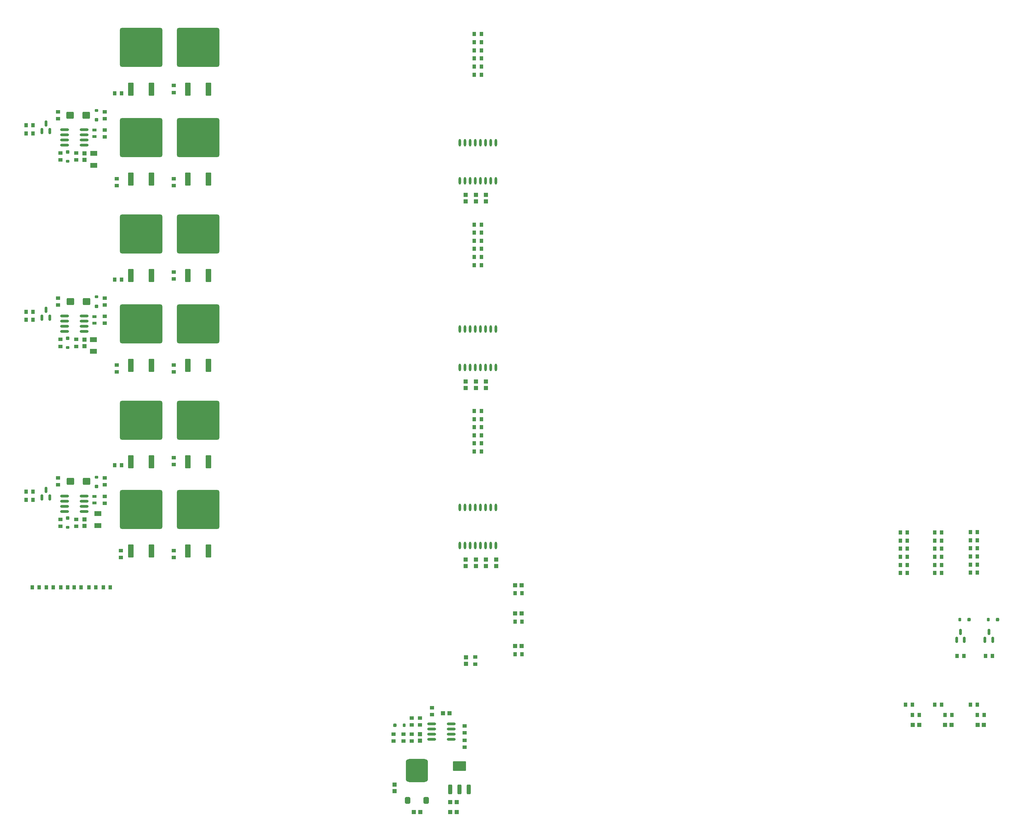
<source format=gtp>
G04*
G04 #@! TF.GenerationSoftware,Altium Limited,Altium Designer,20.0.13 (296)*
G04*
G04 Layer_Color=8421504*
%FSLAX44Y44*%
%MOMM*%
G71*
G01*
G75*
%ADD22R,1.0000X0.8000*%
G04:AMPARAMS|DCode=23|XSize=1.4mm|YSize=3.3mm|CornerRadius=0.245mm|HoleSize=0mm|Usage=FLASHONLY|Rotation=180.000|XOffset=0mm|YOffset=0mm|HoleType=Round|Shape=RoundedRectangle|*
%AMROUNDEDRECTD23*
21,1,1.4000,2.8100,0,0,180.0*
21,1,0.9100,3.3000,0,0,180.0*
1,1,0.4900,-0.4550,1.4050*
1,1,0.4900,0.4550,1.4050*
1,1,0.4900,0.4550,-1.4050*
1,1,0.4900,-0.4550,-1.4050*
%
%ADD23ROUNDEDRECTD23*%
G04:AMPARAMS|DCode=24|XSize=10.5mm|YSize=9.6mm|CornerRadius=0.48mm|HoleSize=0mm|Usage=FLASHONLY|Rotation=180.000|XOffset=0mm|YOffset=0mm|HoleType=Round|Shape=RoundedRectangle|*
%AMROUNDEDRECTD24*
21,1,10.5000,8.6400,0,0,180.0*
21,1,9.5400,9.6000,0,0,180.0*
1,1,0.9600,-4.7700,4.3200*
1,1,0.9600,4.7700,4.3200*
1,1,0.9600,4.7700,-4.3200*
1,1,0.9600,-4.7700,-4.3200*
%
%ADD24ROUNDEDRECTD24*%
G04:AMPARAMS|DCode=25|XSize=1mm|YSize=2.4mm|CornerRadius=0.25mm|HoleSize=0mm|Usage=FLASHONLY|Rotation=180.000|XOffset=0mm|YOffset=0mm|HoleType=Round|Shape=RoundedRectangle|*
%AMROUNDEDRECTD25*
21,1,1.0000,1.9000,0,0,180.0*
21,1,0.5000,2.4000,0,0,180.0*
1,1,0.5000,-0.2500,0.9500*
1,1,0.5000,0.2500,0.9500*
1,1,0.5000,0.2500,-0.9500*
1,1,0.5000,-0.2500,-0.9500*
%
%ADD25ROUNDEDRECTD25*%
G04:AMPARAMS|DCode=26|XSize=3.3mm|YSize=2.4mm|CornerRadius=0.3mm|HoleSize=0mm|Usage=FLASHONLY|Rotation=180.000|XOffset=0mm|YOffset=0mm|HoleType=Round|Shape=RoundedRectangle|*
%AMROUNDEDRECTD26*
21,1,3.3000,1.8000,0,0,180.0*
21,1,2.7000,2.4000,0,0,180.0*
1,1,0.6000,-1.3500,0.9000*
1,1,0.6000,1.3500,0.9000*
1,1,0.6000,1.3500,-0.9000*
1,1,0.6000,-1.3500,-0.9000*
%
%ADD26ROUNDEDRECTD26*%
%ADD27R,1.0000X1.0000*%
%ADD28R,1.0000X0.9000*%
G04:AMPARAMS|DCode=29|XSize=5.5mm|YSize=5.7mm|CornerRadius=0.825mm|HoleSize=0mm|Usage=FLASHONLY|Rotation=180.000|XOffset=0mm|YOffset=0mm|HoleType=Round|Shape=RoundedRectangle|*
%AMROUNDEDRECTD29*
21,1,5.5000,4.0500,0,0,180.0*
21,1,3.8500,5.7000,0,0,180.0*
1,1,1.6500,-1.9250,2.0250*
1,1,1.6500,1.9250,2.0250*
1,1,1.6500,1.9250,-2.0250*
1,1,1.6500,-1.9250,-2.0250*
%
%ADD29ROUNDEDRECTD29*%
G04:AMPARAMS|DCode=30|XSize=1.3mm|YSize=1.7mm|CornerRadius=0.325mm|HoleSize=0mm|Usage=FLASHONLY|Rotation=180.000|XOffset=0mm|YOffset=0mm|HoleType=Round|Shape=RoundedRectangle|*
%AMROUNDEDRECTD30*
21,1,1.3000,1.0500,0,0,180.0*
21,1,0.6500,1.7000,0,0,180.0*
1,1,0.6500,-0.3250,0.5250*
1,1,0.6500,0.3250,0.5250*
1,1,0.6500,0.3250,-0.5250*
1,1,0.6500,-0.3250,-0.5250*
%
%ADD30ROUNDEDRECTD30*%
G04:AMPARAMS|DCode=31|XSize=0.9mm|YSize=0.7mm|CornerRadius=0.175mm|HoleSize=0mm|Usage=FLASHONLY|Rotation=90.000|XOffset=0mm|YOffset=0mm|HoleType=Round|Shape=RoundedRectangle|*
%AMROUNDEDRECTD31*
21,1,0.9000,0.3500,0,0,90.0*
21,1,0.5500,0.7000,0,0,90.0*
1,1,0.3500,0.1750,0.2750*
1,1,0.3500,0.1750,-0.2750*
1,1,0.3500,-0.1750,-0.2750*
1,1,0.3500,-0.1750,0.2750*
%
%ADD31ROUNDEDRECTD31*%
G04:AMPARAMS|DCode=32|XSize=0.9mm|YSize=0.8mm|CornerRadius=0.2mm|HoleSize=0mm|Usage=FLASHONLY|Rotation=90.000|XOffset=0mm|YOffset=0mm|HoleType=Round|Shape=RoundedRectangle|*
%AMROUNDEDRECTD32*
21,1,0.9000,0.4000,0,0,90.0*
21,1,0.5000,0.8000,0,0,90.0*
1,1,0.4000,0.2000,0.2500*
1,1,0.4000,0.2000,-0.2500*
1,1,0.4000,-0.2000,-0.2500*
1,1,0.4000,-0.2000,0.2500*
%
%ADD32ROUNDEDRECTD32*%
%ADD33O,2.2000X0.6000*%
%ADD34R,1.0000X1.0000*%
G04:AMPARAMS|DCode=35|XSize=0.6mm|YSize=1.5mm|CornerRadius=0.15mm|HoleSize=0mm|Usage=FLASHONLY|Rotation=180.000|XOffset=0mm|YOffset=0mm|HoleType=Round|Shape=RoundedRectangle|*
%AMROUNDEDRECTD35*
21,1,0.6000,1.2000,0,0,180.0*
21,1,0.3000,1.5000,0,0,180.0*
1,1,0.3000,-0.1500,0.6000*
1,1,0.3000,0.1500,0.6000*
1,1,0.3000,0.1500,-0.6000*
1,1,0.3000,-0.1500,-0.6000*
%
%ADD35ROUNDEDRECTD35*%
%ADD36R,0.9000X1.0000*%
%ADD37O,0.6000X1.8500*%
G04:AMPARAMS|DCode=38|XSize=1.8mm|YSize=1.7mm|CornerRadius=0.2125mm|HoleSize=0mm|Usage=FLASHONLY|Rotation=180.000|XOffset=0mm|YOffset=0mm|HoleType=Round|Shape=RoundedRectangle|*
%AMROUNDEDRECTD38*
21,1,1.8000,1.2750,0,0,180.0*
21,1,1.3750,1.7000,0,0,180.0*
1,1,0.4250,-0.6875,0.6375*
1,1,0.4250,0.6875,0.6375*
1,1,0.4250,0.6875,-0.6375*
1,1,0.4250,-0.6875,-0.6375*
%
%ADD38ROUNDEDRECTD38*%
%ADD39R,1.8000X1.3000*%
G04:AMPARAMS|DCode=40|XSize=0.9mm|YSize=0.7mm|CornerRadius=0.175mm|HoleSize=0mm|Usage=FLASHONLY|Rotation=0.000|XOffset=0mm|YOffset=0mm|HoleType=Round|Shape=RoundedRectangle|*
%AMROUNDEDRECTD40*
21,1,0.9000,0.3500,0,0,0.0*
21,1,0.5500,0.7000,0,0,0.0*
1,1,0.3500,0.2750,-0.1750*
1,1,0.3500,-0.2750,-0.1750*
1,1,0.3500,-0.2750,0.1750*
1,1,0.3500,0.2750,0.1750*
%
%ADD40ROUNDEDRECTD40*%
G04:AMPARAMS|DCode=41|XSize=0.9mm|YSize=0.8mm|CornerRadius=0.2mm|HoleSize=0mm|Usage=FLASHONLY|Rotation=0.000|XOffset=0mm|YOffset=0mm|HoleType=Round|Shape=RoundedRectangle|*
%AMROUNDEDRECTD41*
21,1,0.9000,0.4000,0,0,0.0*
21,1,0.5000,0.8000,0,0,0.0*
1,1,0.4000,0.2500,-0.2000*
1,1,0.4000,-0.2500,-0.2000*
1,1,0.4000,-0.2500,0.2000*
1,1,0.4000,0.2500,0.2000*
%
%ADD41ROUNDEDRECTD41*%
D22*
X1385000Y1184000D02*
D03*
Y1168000D02*
D03*
Y1628000D02*
D03*
Y1612000D02*
D03*
Y2088000D02*
D03*
Y2072000D02*
D03*
D23*
X1525400Y2189500D02*
D03*
X1474600D02*
D03*
X1614600Y2189500D02*
D03*
X1665400D02*
D03*
X1525400Y1729500D02*
D03*
X1474600D02*
D03*
X1614600D02*
D03*
X1665400D02*
D03*
X1525400Y1269500D02*
D03*
X1474600D02*
D03*
X1614600D02*
D03*
X1665400D02*
D03*
X1525400Y1967500D02*
D03*
X1474600D02*
D03*
X1614600D02*
D03*
X1665400D02*
D03*
X1525400Y1507500D02*
D03*
X1474600D02*
D03*
X1614600D02*
D03*
X1665400D02*
D03*
X1525400Y1049500D02*
D03*
X1474600D02*
D03*
X1614600D02*
D03*
X1665400D02*
D03*
D24*
X1500000Y2292000D02*
D03*
X1640000Y2292000D02*
D03*
X1500000Y1832000D02*
D03*
X1640000D02*
D03*
X1500000Y1372000D02*
D03*
X1640000D02*
D03*
X1500000Y2070000D02*
D03*
X1640000D02*
D03*
X1500000Y1610000D02*
D03*
X1640000D02*
D03*
X1500000Y1152000D02*
D03*
X1640000D02*
D03*
D25*
X2262000Y461000D02*
D03*
X2285000D02*
D03*
X2308000D02*
D03*
D26*
X2285000Y519000D02*
D03*
D27*
X2187000Y597000D02*
D03*
Y581000D02*
D03*
X2125000Y473000D02*
D03*
Y457000D02*
D03*
X2301000Y787000D02*
D03*
Y771000D02*
D03*
X2375000Y1028000D02*
D03*
Y1012000D02*
D03*
X2350000Y1028000D02*
D03*
Y1012000D02*
D03*
X2325000Y1012000D02*
D03*
Y1028000D02*
D03*
X2300000Y1028000D02*
D03*
Y1012000D02*
D03*
X2350000Y1468000D02*
D03*
Y1452000D02*
D03*
X2325000Y1452000D02*
D03*
Y1468000D02*
D03*
X2300000Y1468000D02*
D03*
Y1452000D02*
D03*
X2350000Y1928000D02*
D03*
Y1912000D02*
D03*
X2325000Y1912000D02*
D03*
Y1928000D02*
D03*
X2300000Y1928000D02*
D03*
Y1912000D02*
D03*
X1359840Y1127000D02*
D03*
Y1111000D02*
D03*
Y1571000D02*
D03*
Y1555000D02*
D03*
X1360000Y2031000D02*
D03*
Y2015000D02*
D03*
D28*
X2167000Y580500D02*
D03*
Y597500D02*
D03*
X2147000Y580500D02*
D03*
Y597500D02*
D03*
X2122000Y580500D02*
D03*
Y597500D02*
D03*
X2187000Y620500D02*
D03*
Y637500D02*
D03*
X2167000Y637500D02*
D03*
Y620500D02*
D03*
X2217000Y662500D02*
D03*
Y645500D02*
D03*
X2297000Y617500D02*
D03*
Y600500D02*
D03*
Y582500D02*
D03*
Y565500D02*
D03*
X2324000Y787500D02*
D03*
Y770500D02*
D03*
X1295000Y1212500D02*
D03*
Y1229500D02*
D03*
X1339840Y1127500D02*
D03*
Y1110500D02*
D03*
X1300840Y1110500D02*
D03*
Y1127500D02*
D03*
X1410000Y1184500D02*
D03*
Y1167500D02*
D03*
Y1229500D02*
D03*
Y1212500D02*
D03*
X1450000Y1033500D02*
D03*
Y1050500D02*
D03*
X1580000Y1033500D02*
D03*
Y1050500D02*
D03*
X1580000Y1280000D02*
D03*
Y1263000D02*
D03*
Y1491500D02*
D03*
Y1508500D02*
D03*
X1440000Y1491500D02*
D03*
Y1508500D02*
D03*
X1410000Y1673500D02*
D03*
Y1656500D02*
D03*
X1410000Y1628500D02*
D03*
Y1611500D02*
D03*
X1339840Y1571500D02*
D03*
Y1554500D02*
D03*
X1300840Y1554500D02*
D03*
Y1571500D02*
D03*
X1295000Y1656500D02*
D03*
Y1673500D02*
D03*
X1580000Y1738000D02*
D03*
Y1721000D02*
D03*
X1580000Y2181000D02*
D03*
Y2198000D02*
D03*
X1580000Y1951500D02*
D03*
Y1968500D02*
D03*
X1440000Y1951500D02*
D03*
Y1968500D02*
D03*
X1410000Y2088500D02*
D03*
Y2071500D02*
D03*
X1410000Y2133500D02*
D03*
Y2116500D02*
D03*
X1301000Y2014500D02*
D03*
Y2031500D02*
D03*
X1340000Y2031500D02*
D03*
Y2014500D02*
D03*
X1295000Y2116500D02*
D03*
Y2133500D02*
D03*
D29*
X2180000Y508000D02*
D03*
D30*
X2157150Y434000D02*
D03*
X2202850D02*
D03*
D31*
X2148500Y619000D02*
D03*
X3518500Y880000D02*
D03*
X3588500D02*
D03*
D32*
X2125500Y619000D02*
D03*
X3541500Y880000D02*
D03*
X3611500D02*
D03*
D33*
X2216556Y622920D02*
D03*
Y610220D02*
D03*
Y597520D02*
D03*
Y584820D02*
D03*
X2264556Y622920D02*
D03*
Y610220D02*
D03*
Y597520D02*
D03*
Y584820D02*
D03*
X1311160Y2089050D02*
D03*
Y2076350D02*
D03*
Y2063650D02*
D03*
Y2050950D02*
D03*
X1359160Y2089050D02*
D03*
Y2076350D02*
D03*
Y2063650D02*
D03*
Y2050950D02*
D03*
X1311000Y1185050D02*
D03*
Y1172350D02*
D03*
Y1159650D02*
D03*
Y1146950D02*
D03*
X1359000Y1185050D02*
D03*
Y1172350D02*
D03*
Y1159650D02*
D03*
Y1146950D02*
D03*
X1311000Y1629050D02*
D03*
Y1616350D02*
D03*
Y1603650D02*
D03*
Y1590950D02*
D03*
X1359000Y1629050D02*
D03*
Y1616350D02*
D03*
Y1603650D02*
D03*
Y1590950D02*
D03*
D34*
X2260000Y649000D02*
D03*
X2244000D02*
D03*
X3562000Y620000D02*
D03*
X3578000D02*
D03*
X3482000D02*
D03*
X3498000D02*
D03*
X3402000D02*
D03*
X3418000D02*
D03*
X2278000Y430000D02*
D03*
X2262000D02*
D03*
X2278000Y405000D02*
D03*
X2262000D02*
D03*
X2188000Y405000D02*
D03*
X2172000D02*
D03*
X2422000Y965000D02*
D03*
X2438000D02*
D03*
X2422000Y895000D02*
D03*
X2438000D02*
D03*
X2422000Y815000D02*
D03*
X2438000D02*
D03*
D35*
X3590000Y849500D02*
D03*
X3599500Y830500D02*
D03*
X3580500D02*
D03*
X3520000Y849500D02*
D03*
X3529500Y830500D02*
D03*
X3510500D02*
D03*
X1255500Y1181500D02*
D03*
X1274500D02*
D03*
X1265000Y1200500D02*
D03*
X1255500Y1625500D02*
D03*
X1274500D02*
D03*
X1265000Y1644500D02*
D03*
X1255500Y2085500D02*
D03*
X1274500D02*
D03*
X1265000Y2104500D02*
D03*
D36*
X3581500Y790000D02*
D03*
X3598500D02*
D03*
X3511500D02*
D03*
X3528500D02*
D03*
X3544500Y1096000D02*
D03*
X3561500D02*
D03*
X3561500Y1076000D02*
D03*
X3544500D02*
D03*
X3544500Y1056000D02*
D03*
X3561500D02*
D03*
X3561500Y1036000D02*
D03*
X3544500D02*
D03*
X3544500Y1016000D02*
D03*
X3561500D02*
D03*
X3561500Y996000D02*
D03*
X3544500D02*
D03*
X3456500Y1095000D02*
D03*
X3473500D02*
D03*
X3473500Y1075000D02*
D03*
X3456500D02*
D03*
X3456500Y1055000D02*
D03*
X3473500D02*
D03*
X3473500Y1035000D02*
D03*
X3456500D02*
D03*
X3456500Y1015000D02*
D03*
X3473500D02*
D03*
X3473500Y995000D02*
D03*
X3456500D02*
D03*
X3388500D02*
D03*
X3371500D02*
D03*
X3371500Y1015000D02*
D03*
X3388500D02*
D03*
X3388500Y1035000D02*
D03*
X3371500D02*
D03*
X3371500Y1055000D02*
D03*
X3388500D02*
D03*
X3388500Y1075000D02*
D03*
X3371500D02*
D03*
X3371500Y1095000D02*
D03*
X3388500D02*
D03*
X3561500Y645000D02*
D03*
X3578500D02*
D03*
X3481500D02*
D03*
X3498500D02*
D03*
X3401500D02*
D03*
X3418500D02*
D03*
X2338500Y1395000D02*
D03*
X2321500D02*
D03*
X2321500Y1375000D02*
D03*
X2338500D02*
D03*
X2338500Y1355000D02*
D03*
X2321500D02*
D03*
X2321500Y1335000D02*
D03*
X2338500D02*
D03*
X2338500Y1315000D02*
D03*
X2321500D02*
D03*
X2321500Y1295000D02*
D03*
X2338500D02*
D03*
X2338500Y1855000D02*
D03*
X2321500D02*
D03*
X2321500Y1835000D02*
D03*
X2338500D02*
D03*
X2338500Y1815000D02*
D03*
X2321500D02*
D03*
X2321500Y1795000D02*
D03*
X2338500D02*
D03*
X2338500Y1775000D02*
D03*
X2321500D02*
D03*
X2321500Y1755000D02*
D03*
X2338500D02*
D03*
Y2305000D02*
D03*
X2321500D02*
D03*
X2321500Y2325000D02*
D03*
X2338500D02*
D03*
X2321500Y2285000D02*
D03*
X2338500D02*
D03*
X2338500Y2265000D02*
D03*
X2321500D02*
D03*
X2321500Y2245000D02*
D03*
X2338500D02*
D03*
X2338500Y2225000D02*
D03*
X2321500D02*
D03*
X1233500Y1196000D02*
D03*
X1216500D02*
D03*
X1233500Y1176000D02*
D03*
X1216500D02*
D03*
X1434500Y1261000D02*
D03*
X1451500D02*
D03*
X1233500Y1620000D02*
D03*
X1216500D02*
D03*
X1233500Y1640000D02*
D03*
X1216500D02*
D03*
X1434500Y1719000D02*
D03*
X1451500D02*
D03*
X1434500Y2179000D02*
D03*
X1451500D02*
D03*
X1233500Y2080000D02*
D03*
X1216500D02*
D03*
X1233500Y2100000D02*
D03*
X1216500D02*
D03*
X3561500Y670000D02*
D03*
X3544500D02*
D03*
X3473500D02*
D03*
X3456500D02*
D03*
X3401500D02*
D03*
X3384500D02*
D03*
X2421500Y945000D02*
D03*
X2438500D02*
D03*
X2421500Y875000D02*
D03*
X2438500D02*
D03*
X2421500Y795000D02*
D03*
X2438500D02*
D03*
X1248500Y960000D02*
D03*
X1231500D02*
D03*
X1283500D02*
D03*
X1266500D02*
D03*
X1318500D02*
D03*
X1301500D02*
D03*
X1352000D02*
D03*
X1335000D02*
D03*
X1388500D02*
D03*
X1371500D02*
D03*
X1423500D02*
D03*
X1406500D02*
D03*
D37*
X2285550Y1062750D02*
D03*
X2298250D02*
D03*
X2310950D02*
D03*
X2323650D02*
D03*
X2336350D02*
D03*
X2349050D02*
D03*
X2361750D02*
D03*
X2374450D02*
D03*
X2285550Y1157250D02*
D03*
X2298250D02*
D03*
X2310950D02*
D03*
X2323650D02*
D03*
X2336350D02*
D03*
X2349050D02*
D03*
X2361750D02*
D03*
X2374450D02*
D03*
X2285550Y1962750D02*
D03*
X2298250D02*
D03*
X2310950D02*
D03*
X2323650D02*
D03*
X2336350D02*
D03*
X2349050D02*
D03*
X2361750D02*
D03*
X2374450D02*
D03*
X2285550Y2057250D02*
D03*
X2298250D02*
D03*
X2310950D02*
D03*
X2323650D02*
D03*
X2336350D02*
D03*
X2349050D02*
D03*
X2361750D02*
D03*
X2374450D02*
D03*
X2285550Y1502750D02*
D03*
X2298250D02*
D03*
X2310950D02*
D03*
X2323650D02*
D03*
X2336350D02*
D03*
X2349050D02*
D03*
X2361750D02*
D03*
X2374450D02*
D03*
X2285550Y1597250D02*
D03*
X2298250D02*
D03*
X2310950D02*
D03*
X2323650D02*
D03*
X2336350D02*
D03*
X2349050D02*
D03*
X2361750D02*
D03*
X2374450D02*
D03*
D38*
X1325061Y1221000D02*
D03*
X1364939D02*
D03*
X1325061Y1665000D02*
D03*
X1364939D02*
D03*
X1324721Y2125000D02*
D03*
X1364599D02*
D03*
D39*
X1393000Y1141500D02*
D03*
Y1112500D02*
D03*
X1382340Y1571000D02*
D03*
Y1542000D02*
D03*
X1383000Y2030500D02*
D03*
Y2001500D02*
D03*
D40*
X1318840Y1107500D02*
D03*
X1390000Y1231500D02*
D03*
X1390000Y1676500D02*
D03*
X1318840Y1551500D02*
D03*
X1390000Y2136500D02*
D03*
X1319000Y2011500D02*
D03*
D41*
X1318840Y1130500D02*
D03*
X1390000Y1208500D02*
D03*
X1390000Y1653500D02*
D03*
X1318840Y1574500D02*
D03*
X1390000Y2113500D02*
D03*
X1319000Y2034500D02*
D03*
M02*

</source>
